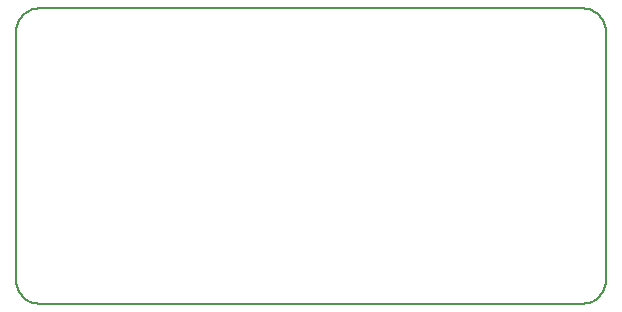
<source format=gm1>
G04*
G04 #@! TF.GenerationSoftware,Altium Limited,Altium Designer,20.1.7 (139)*
G04*
G04 Layer_Color=16711935*
%FSLAX25Y25*%
%MOIN*%
G70*
G04*
G04 #@! TF.SameCoordinates,395A0049-4C10-4893-9831-33377791372B*
G04*
G04*
G04 #@! TF.FilePolarity,Positive*
G04*
G01*
G75*
%ADD18C,0.00600*%
D18*
X100000Y107874D02*
X100067Y106846D01*
X100268Y105836D01*
X100599Y104861D01*
X101055Y103937D01*
X101627Y103081D01*
X102306Y102306D01*
X103081Y101627D01*
X103937Y101055D01*
X104861Y100599D01*
X105836Y100268D01*
X106846Y100067D01*
X107874Y100000D01*
Y198425D02*
X106846Y198358D01*
X105836Y198157D01*
X104861Y197826D01*
X103937Y197370D01*
X103081Y196798D01*
X102306Y196119D01*
X101627Y195345D01*
X101055Y194488D01*
X100599Y193564D01*
X100268Y192589D01*
X100067Y191579D01*
X100000Y190551D01*
X296850D02*
X296783Y191579D01*
X296582Y192589D01*
X296251Y193564D01*
X295795Y194488D01*
X295223Y195345D01*
X294544Y196119D01*
X293770Y196798D01*
X292913Y197370D01*
X291990Y197826D01*
X291014Y198157D01*
X290004Y198358D01*
X288976Y198425D01*
Y100000D02*
X290004Y100067D01*
X291014Y100268D01*
X291990Y100599D01*
X292913Y101055D01*
X293770Y101627D01*
X294544Y102306D01*
X295223Y103081D01*
X295795Y103937D01*
X296251Y104861D01*
X296582Y105836D01*
X296783Y106846D01*
X296850Y107874D01*
X296850D02*
Y190551D01*
X107874Y198425D02*
X288976Y198425D01*
X107874Y100000D02*
X288976Y100000D01*
X100000Y107874D02*
Y190551D01*
M02*

</source>
